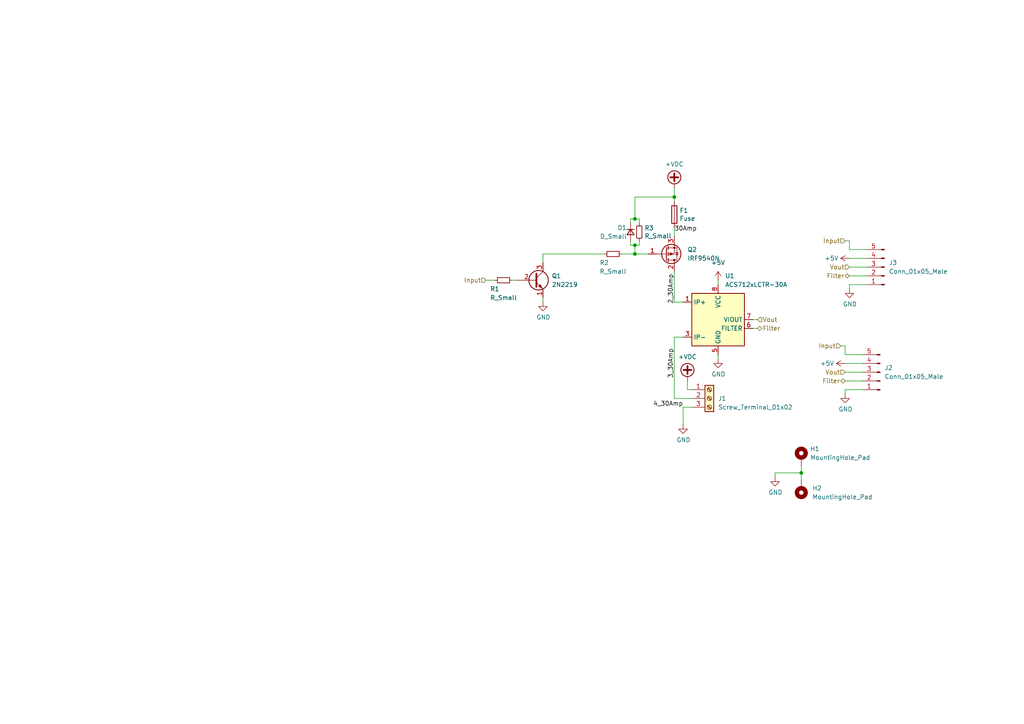
<source format=kicad_sch>
(kicad_sch (version 20211123) (generator eeschema)
  (paper "A4")
  (lib_symbols
    (symbol "Connector:Conn_01x05_Male" (pin_names (offset 1.016) hide)
      (property "Reference" "J" (at 0 7.62 0))
      (property "Value" "Conn_01x05_Male" (at 0 -7.62 0))
      (symbol "Conn_01x05_Male_1_1"
        (polyline (pts (xy 1.27 -5.08) (xy 0.8636 -5.08)) (stroke (width 0.1524)))
        (polyline (pts (xy 1.27 -2.54) (xy 0.8636 -2.54)) (stroke (width 0.1524)))
        (polyline (pts (xy 1.27 0) (xy 0.8636 0)) (stroke (width 0.1524)))
        (polyline (pts (xy 1.27 2.54) (xy 0.8636 2.54)) (stroke (width 0.1524)))
        (polyline (pts (xy 1.27 5.08) (xy 0.8636 5.08)) (stroke (width 0.1524)))
        (rectangle (start 0.8636 -4.953) (end 0 -5.207) (stroke (width 0.1524)) (fill (type outline)))
        (rectangle (start 0.8636 -2.413) (end 0 -2.667) (stroke (width 0.1524)) (fill (type outline)))
        (rectangle (start 0.8636 0.127) (end 0 -0.127) (stroke (width 0.1524)) (fill (type outline)))
        (rectangle (start 0.8636 2.667) (end 0 2.413) (stroke (width 0.1524)) (fill (type outline)))
        (rectangle (start 0.8636 5.207) (end 0 4.953) (stroke (width 0.1524)) (fill (type outline)))
        (pin passive line (at 5.08 5.08 180) (length 3.81) (name "Pin_1") (number "1"))
        (pin passive line (at 5.08 2.54 180) (length 3.81) (name "Pin_2") (number "2"))
        (pin passive line (at 5.08 0 180) (length 3.81) (name "Pin_3") (number "3"))
        (pin passive line (at 5.08 -2.54 180) (length 3.81) (name "Pin_4") (number "4"))
        (pin passive line (at 5.08 -5.08 180) (length 3.81) (name "Pin_5") (number "5"))
      )
    )
    (symbol "Connector:Screw_Terminal_01x03" (pin_names (offset 1.016) hide)
      (property "Reference" "J" (at 0 5.08 0))
      (property "Value" "Screw_Terminal_01x03" (at 0 -5.08 0))
      (symbol "Screw_Terminal_01x03_1_1"
        (rectangle (start -1.27 3.81) (end 1.27 -3.81) (stroke (width 0.254)) (fill (type background)))
        (circle (center 0 -2.54) (radius 0.635) (stroke (width 0.1524)))
        (polyline (pts (xy -0.5334 -2.2098) (xy 0.3302 -3.048)) (stroke (width 0.1524)))
        (polyline (pts (xy -0.5334 0.3302) (xy 0.3302 -0.508)) (stroke (width 0.1524)))
        (polyline (pts (xy -0.5334 2.8702) (xy 0.3302 2.032)) (stroke (width 0.1524)))
        (polyline (pts (xy -0.3556 -2.032) (xy 0.508 -2.8702)) (stroke (width 0.1524)))
        (polyline (pts (xy -0.3556 0.508) (xy 0.508 -0.3302)) (stroke (width 0.1524)))
        (polyline (pts (xy -0.3556 3.048) (xy 0.508 2.2098)) (stroke (width 0.1524)))
        (circle (center 0 0) (radius 0.635) (stroke (width 0.1524)))
        (circle (center 0 2.54) (radius 0.635) (stroke (width 0.1524)))
        (pin passive line (at -5.08 2.54 0) (length 3.81) (name "Pin_1") (number "1"))
        (pin passive line (at -5.08 0 0) (length 3.81) (name "Pin_2") (number "2"))
        (pin passive line (at -5.08 -2.54 0) (length 3.81) (name "Pin_3") (number "3"))
      )
    )
    (symbol "Device:D_Small" (pin_numbers hide) (pin_names (offset 0.254) hide)
      (property "Reference" "D" (at -1.27 2.032 0))
      (property "Value" "D_Small" (at -3.81 -2.032 0))
      (symbol "D_Small_0_1"
        (polyline (pts (xy -0.762 -1.016) (xy -0.762 1.016)) (stroke (width 0.254)))
        (polyline (pts (xy -0.762 0) (xy 0.762 0)))
        (polyline (pts (xy 0.762 -1.016) (xy -0.762 0) (xy 0.762 1.016) (xy 0.762 -1.016)) (stroke (width 0.254)))
      )
      (symbol "D_Small_1_1"
        (pin passive line (at -2.54 0 0) (length 1.778) (name "K") (number "1"))
        (pin passive line (at 2.54 0 180) (length 1.778) (name "A") (number "2"))
      )
    )
    (symbol "Device:Fuse" (pin_numbers hide) (pin_names (offset 0))
      (property "Reference" "F" (at 2.032 0 90))
      (property "Value" "Fuse" (at -1.905 0 90))
      (symbol "Fuse_0_1"
        (rectangle (start -0.762 -2.54) (end 0.762 2.54) (stroke (width 0.254)))
        (polyline (pts (xy 0 2.54) (xy 0 -2.54)))
      )
      (symbol "Fuse_1_1"
        (pin passive line (at 0 3.81 270) (length 1.27) (name "~") (number "1"))
        (pin passive line (at 0 -3.81 90) (length 1.27) (name "~") (number "2"))
      )
    )
    (symbol "Device:R_Small" (pin_numbers hide) (pin_names (offset 0.254) hide)
      (property "Reference" "R" (at 0.762 0.508 0))
      (property "Value" "R_Small" (at 0.762 -1.016 0))
      (symbol "R_Small_0_1"
        (rectangle (start -0.762 1.778) (end 0.762 -1.778) (stroke (width 0.2032)))
      )
      (symbol "R_Small_1_1"
        (pin passive line (at 0 2.54 270) (length 0.762) (name "~") (number "1"))
        (pin passive line (at 0 -2.54 90) (length 0.762) (name "~") (number "2"))
      )
    )
    (symbol "Mechanical:MountingHole_Pad" (pin_numbers hide) (pin_names (offset 1.016) hide)
      (property "Reference" "H" (at 0 6.35 0))
      (property "Value" "MountingHole_Pad" (at 0 4.445 0))
      (symbol "MountingHole_Pad_0_1"
        (circle (center 0 1.27) (radius 1.27) (stroke (width 1.27)))
      )
      (symbol "MountingHole_Pad_1_1"
        (pin input line (at 0 -2.54 90) (length 2.54) (name "1") (number "1"))
      )
    )
    (symbol "Sensor_Current:ACS712xLCTR-30A"
      (property "Reference" "U" (at 2.54 11.43 0))
      (property "Value" "ACS712xLCTR-30A" (at 2.54 8.89 0))
      (symbol "ACS712xLCTR-30A_0_1"
        (rectangle (start -7.62 7.62) (end 7.62 -7.62) (stroke (width 0.254)) (fill (type background)))
      )
      (symbol "ACS712xLCTR-30A_1_1"
        (pin passive line (at -10.16 5.08 0) (length 2.54) (name "IP+") (number "1"))
        (pin passive line (at -10.16 5.08 0) (length 2.54) hide (name "IP+") (number "2"))
        (pin passive line (at -10.16 -5.08 0) (length 2.54) (name "IP-") (number "3"))
        (pin passive line (at -10.16 -5.08 0) (length 2.54) hide (name "IP-") (number "4"))
        (pin power_in line (at 0 -10.16 90) (length 2.54) (name "GND") (number "5"))
        (pin passive line (at 10.16 -2.54 180) (length 2.54) (name "FILTER") (number "6"))
        (pin output line (at 10.16 0 180) (length 2.54) (name "VIOUT") (number "7"))
        (pin power_in line (at 0 10.16 270) (length 2.54) (name "VCC") (number "8"))
      )
    )
    (symbol "Transistor_BJT:2N2219" (pin_names (offset 0) hide)
      (property "Reference" "Q" (at 5.08 1.905 0))
      (property "Value" "2N2219" (at 5.08 0 0))
      (symbol "2N2219_0_1"
        (polyline (pts (xy 0.635 0.635) (xy 2.54 2.54)))
        (polyline (pts (xy 0.635 -0.635) (xy 2.54 -2.54) (xy 2.54 -2.54)))
        (polyline (pts (xy 0.635 1.905) (xy 0.635 -1.905) (xy 0.635 -1.905)) (stroke (width 0.508)))
        (polyline (pts (xy 1.27 -1.778) (xy 1.778 -1.27) (xy 2.286 -2.286) (xy 1.27 -1.778) (xy 1.27 -1.778)) (fill (type outline)))
        (circle (center 1.27 0) (radius 2.8194) (stroke (width 0.254)))
      )
      (symbol "2N2219_1_1"
        (pin passive line (at 2.54 -5.08 90) (length 2.54) (name "E") (number "1"))
        (pin passive line (at -5.08 0 0) (length 5.715) (name "B") (number "2"))
        (pin passive line (at 2.54 5.08 270) (length 2.54) (name "C") (number "3"))
      )
    )
    (symbol "Transistor_FET:IRF9540N" (pin_names hide)
      (property "Reference" "Q" (at 5.08 1.905 0))
      (property "Value" "IRF9540N" (at 5.08 0 0))
      (symbol "IRF9540N_0_1"
        (polyline (pts (xy 0.254 0) (xy -2.54 0)))
        (polyline (pts (xy 0.254 1.905) (xy 0.254 -1.905)) (stroke (width 0.254)))
        (polyline (pts (xy 0.762 -1.27) (xy 0.762 -2.286)) (stroke (width 0.254)))
        (polyline (pts (xy 0.762 0.508) (xy 0.762 -0.508)) (stroke (width 0.254)))
        (polyline (pts (xy 0.762 2.286) (xy 0.762 1.27)) (stroke (width 0.254)))
        (polyline (pts (xy 2.54 2.54) (xy 2.54 1.778)))
        (polyline (pts (xy 2.54 -2.54) (xy 2.54 0) (xy 0.762 0)))
        (polyline (pts (xy 0.762 1.778) (xy 3.302 1.778) (xy 3.302 -1.778) (xy 0.762 -1.778)))
        (polyline (pts (xy 2.286 0) (xy 1.27 0.381) (xy 1.27 -0.381) (xy 2.286 0)) (fill (type outline)))
        (polyline (pts (xy 2.794 -0.508) (xy 2.921 -0.381) (xy 3.683 -0.381) (xy 3.81 -0.254)))
        (polyline (pts (xy 3.302 -0.381) (xy 2.921 0.254) (xy 3.683 0.254) (xy 3.302 -0.381)))
        (circle (center 1.651 0) (radius 2.794) (stroke (width 0.254)))
        (circle (center 2.54 -1.778) (radius 0.254) (fill (type outline)))
        (circle (center 2.54 1.778) (radius 0.254) (fill (type outline)))
      )
      (symbol "IRF9540N_1_1"
        (pin input line (at -5.08 0 0) (length 2.54) (name "G") (number "1"))
        (pin passive line (at 2.54 5.08 270) (length 2.54) (name "D") (number "2"))
        (pin passive line (at 2.54 -5.08 90) (length 2.54) (name "S") (number "3"))
      )
    )
    (symbol "power:+5V" (power) (pin_names (offset 0))
      (property "Value" "+5V" (at 0 3.556 0))
      (symbol "+5V_0_1"
        (polyline (pts (xy -0.762 1.27) (xy 0 2.54)))
        (polyline (pts (xy 0 0) (xy 0 2.54)))
        (polyline (pts (xy 0 2.54) (xy 0.762 1.27)))
      )
      (symbol "+5V_1_1"
        (pin power_in line (at 0 0 90) (length 0) hide (name "+5V") (number "1"))
      )
    )
    (symbol "power:+VDC" (power) (pin_names (offset 0))
      (property "Value" "+VDC" (at 0 6.35 0))
      (symbol "+VDC_0_1"
        (polyline (pts (xy -1.143 3.175) (xy 1.143 3.175)) (stroke (width 0.508)))
        (polyline (pts (xy 0 0) (xy 0 1.27)))
        (polyline (pts (xy 0 2.032) (xy 0 4.318)) (stroke (width 0.508)))
        (circle (center 0 3.175) (radius 1.905) (stroke (width 0.254)))
      )
      (symbol "+VDC_1_1"
        (pin power_in line (at 0 0 90) (length 0) hide (name "+VDC") (number "1"))
      )
    )
    (symbol "power:GND" (power) (pin_names (offset 0))
      (property "Value" "GND" (at 0 -3.81 0))
      (symbol "GND_0_1"
        (polyline (pts (xy 0 0) (xy 0 -1.27) (xy 1.27 -1.27) (xy 0 -2.54) (xy -1.27 -1.27) (xy 0 -1.27)))
      )
      (symbol "GND_1_1"
        (pin power_in line (at 0 0 270) (length 0) hide (name "GND") (number "1"))
      )
    )
  )
  (junction (at 184.15 73.66))
  (junction (at 232.41 137.16))
  (junction (at 195.58 57.15))
  (junction (at 184.15 71.12))
  (junction (at 184.15 63.5))
  (wire (pts (xy 182.88 64.77) (xy 182.88 63.5)))
  (wire (pts (xy 140.97 81.28) (xy 143.51 81.28)))
  (wire (pts (xy 208.28 81.28) (xy 208.28 82.55)))
  (wire (pts (xy 184.15 63.5) (xy 185.42 63.5)))
  (wire (pts (xy 232.41 137.16) (xy 232.41 135.255)))
  (wire (pts (xy 157.48 87.63) (xy 157.48 86.36)))
  (wire (pts (xy 195.58 78.74) (xy 195.58 87.63)))
  (wire (pts (xy 182.88 63.5) (xy 184.15 63.5)))
  (wire (pts (xy 218.44 95.25) (xy 219.71 95.25)))
  (wire (pts (xy 245.11 107.95) (xy 250.19 107.95)))
  (wire (pts (xy 195.58 97.79) (xy 195.58 115.57)))
  (wire (pts (xy 175.26 73.66) (xy 157.48 73.66)))
  (wire (pts (xy 198.12 97.79) (xy 195.58 97.79)))
  (wire (pts (xy 200.66 115.57) (xy 195.58 115.57)))
  (wire (pts (xy 245.11 69.85) (xy 246.38 69.85)))
  (wire (pts (xy 245.11 102.87) (xy 250.19 102.87)))
  (wire (pts (xy 195.58 68.58) (xy 195.58 66.04)))
  (wire (pts (xy 245.11 114.3) (xy 245.11 113.03)))
  (wire (pts (xy 246.38 74.93) (xy 251.46 74.93)))
  (wire (pts (xy 184.15 71.12) (xy 185.42 71.12)))
  (wire (pts (xy 245.11 105.41) (xy 250.19 105.41)))
  (wire (pts (xy 246.38 82.55) (xy 251.46 82.55)))
  (wire (pts (xy 157.48 73.66) (xy 157.48 76.2)))
  (wire (pts (xy 185.42 63.5) (xy 185.42 64.77)))
  (wire (pts (xy 246.38 72.39) (xy 251.46 72.39)))
  (wire (pts (xy 246.38 69.85) (xy 246.38 72.39)))
  (wire (pts (xy 199.39 113.03) (xy 200.66 113.03)))
  (wire (pts (xy 198.12 118.11) (xy 200.66 118.11)))
  (wire (pts (xy 245.11 110.49) (xy 250.19 110.49)))
  (wire (pts (xy 184.15 73.66) (xy 187.96 73.66)))
  (wire (pts (xy 224.79 138.43) (xy 224.79 137.16)))
  (wire (pts (xy 198.12 123.19) (xy 198.12 118.11)))
  (wire (pts (xy 245.11 113.03) (xy 250.19 113.03)))
  (wire (pts (xy 232.41 137.16) (xy 232.41 139.065)))
  (wire (pts (xy 246.38 80.01) (xy 251.46 80.01)))
  (wire (pts (xy 243.84 100.33) (xy 245.11 100.33)))
  (wire (pts (xy 184.15 57.15) (xy 195.58 57.15)))
  (wire (pts (xy 195.58 57.15) (xy 195.58 58.42)))
  (wire (pts (xy 208.28 104.14) (xy 208.28 102.87)))
  (wire (pts (xy 184.15 71.12) (xy 184.15 73.66)))
  (wire (pts (xy 245.11 100.33) (xy 245.11 102.87)))
  (wire (pts (xy 219.71 92.71) (xy 218.44 92.71)))
  (wire (pts (xy 198.12 87.63) (xy 195.58 87.63)))
  (wire (pts (xy 246.38 77.47) (xy 251.46 77.47)))
  (wire (pts (xy 195.58 54.61) (xy 195.58 57.15)))
  (wire (pts (xy 182.88 71.12) (xy 184.15 71.12)))
  (wire (pts (xy 185.42 71.12) (xy 185.42 69.85)))
  (wire (pts (xy 224.79 137.16) (xy 232.41 137.16)))
  (wire (pts (xy 199.39 110.49) (xy 199.39 113.03)))
  (wire (pts (xy 246.38 83.82) (xy 246.38 82.55)))
  (wire (pts (xy 182.88 69.85) (xy 182.88 71.12)))
  (wire (pts (xy 180.34 73.66) (xy 184.15 73.66)))
  (wire (pts (xy 184.15 63.5) (xy 184.15 57.15)))
  (wire (pts (xy 148.59 81.28) (xy 149.86 81.28)))
  (label "3_30Amp" (at 195.58 100.965 270))
  (label "2_30Amp" (at 195.58 79.375 270))
  (label "4_30Amp" (at 198.12 118.11 180))
  (label "30Amp" (at 195.58 67.31 0))
  (hierarchical_label "Vout" (shape input) (at 246.38 77.47 180))
  (hierarchical_label "Filter" (shape bidirectional) (at 219.71 95.25 0))
  (hierarchical_label "Filter" (shape bidirectional) (at 245.11 110.49 180))
  (hierarchical_label "Input" (shape input) (at 243.84 100.33 180))
  (hierarchical_label "Vout" (shape input) (at 245.11 107.95 180))
  (hierarchical_label "Input" (shape input) (at 245.11 69.85 180))
  (hierarchical_label "Vout" (shape input) (at 219.71 92.71 0))
  (hierarchical_label "Input" (shape input) (at 140.97 81.28 180))
  (hierarchical_label "Filter" (shape bidirectional) (at 246.38 80.01 180))
  (symbol (lib_id "power:GND") (at 246.38 83.82 0) (unit 1)
    (property "Reference" "#PWR0109" (effects hide))
    (property "Value" "GND" (at 246.507 88.2142 0))
  )
  (symbol (lib_id "Device:R_Small") (at 146.05 81.28 90) (unit 1)
    (property "Reference" "R1" (at 143.51 83.82 90))
    (property "Value" "R_Small" (at 146.05 86.36 90))
    (property "Footprint" "Resistor_THT:R_Axial_DIN0204_L3.6mm_D1.6mm_P5.08mm_Horizontal" (effects hide))
  )
  (symbol (lib_id "power:GND") (at 224.79 138.43 0) (unit 1)
    (property "Reference" "#PWR01" (effects hide))
    (property "Value" "GND" (at 224.917 142.8242 0))
  )
  (symbol (lib_id "power:GND") (at 208.28 104.14 0) (unit 1)
    (property "Reference" "#PWR0102" (effects hide))
    (property "Value" "GND" (at 208.407 108.5342 0))
  )
  (symbol (lib_id "Device:R_Small") (at 185.42 67.31 0) (unit 1)
    (property "Reference" "R3" (at 186.9186 66.1416 0) (effects (justify left)))
    (property "Value" "R_Small" (at 186.9186 68.453 0) (effects (justify left)))
    (property "Footprint" "Resistor_THT:R_Axial_DIN0204_L3.6mm_D1.6mm_P5.08mm_Horizontal" (effects hide))
  )
  (symbol (lib_id "Connector:Conn_01x05_Male") (at 255.27 107.95 180) (unit 1)
    (property "Reference" "J2" (at 256.54 106.6799 0) (effects (justify right)))
    (property "Value" "Conn_01x05_Male" (at 256.54 109.2199 0) (effects (justify right)))
    (property "Footprint" "Connector_PinHeader_2.54mm:PinHeader_1x05_P2.54mm_Vertical" (effects hide))
  )
  (symbol (lib_id "power:GND") (at 157.48 87.63 0) (unit 1)
    (property "Reference" "#PWR0107" (effects hide))
    (property "Value" "GND" (at 157.607 92.0242 0))
  )
  (symbol (lib_id "power:+5V") (at 245.11 105.41 90) (unit 1)
    (property "Reference" "#PWR0103" (effects hide))
    (property "Value" "+5V" (at 241.935 105.4099 90) (effects (justify left)))
  )
  (symbol (lib_id "power:+VDC") (at 199.39 110.49 0) (unit 1)
    (property "Reference" "#PWR0101" (effects hide))
    (property "Value" "+VDC" (at 199.39 103.505 0))
  )
  (symbol (lib_id "Mechanical:MountingHole_Pad") (at 232.41 141.605 180) (unit 1)
    (property "Reference" "H2" (at 235.585 141.6049 0) (effects (justify right)))
    (property "Value" "MountingHole_Pad" (at 235.585 144.1449 0) (effects (justify right)))
    (property "Footprint" "MountingHole:MountingHole_3.2mm_M3_DIN965_Pad" (effects hide))
  )
  (symbol (lib_id "power:+5V") (at 208.28 81.28 0) (unit 1)
    (property "Reference" "#PWR0106" (effects hide))
    (property "Value" "+5V" (at 208.28 76.2 0))
  )
  (symbol (lib_id "Connector:Screw_Terminal_01x03") (at 205.74 115.57 0) (unit 1)
    (property "Reference" "J1" (at 208.28 115.5699 0) (effects (justify left)))
    (property "Value" "Screw_Terminal_01x02" (at 208.28 118.1099 0) (effects (justify left)))
    (property "Footprint" "TerminalBlock:TerminalBlock_bornier-3_P5.08mm" (effects hide))
  )
  (symbol (lib_id "power:+5V") (at 246.38 74.93 90) (unit 1)
    (property "Reference" "#PWR0110" (effects hide))
    (property "Value" "+5V" (at 243.205 74.9299 90) (effects (justify left)))
  )
  (symbol (lib_id "Sensor_Current:ACS712xLCTR-30A") (at 208.28 92.71 0) (unit 1)
    (property "Reference" "U1" (at 210.2994 80.01 0) (effects (justify left)))
    (property "Value" "ACS712xLCTR-30A" (at 210.2994 82.55 0) (effects (justify left)))
    (property "Footprint" "Package_SO:SOIC-8_3.9x4.9mm_P1.27mm" (effects hide))
    (property "Datasheet" "http://www.allegromicro.com/~/media/Files/Datasheets/ACS712-Datasheet.ashx?la=en" (effects hide))
  )
  (symbol (lib_id "Connector:Conn_01x05_Male") (at 256.54 77.47 180) (unit 1)
    (property "Reference" "J3" (at 257.81 76.1999 0) (effects (justify right)))
    (property "Value" "Conn_01x05_Male" (at 257.81 78.7399 0) (effects (justify right)))
    (property "Footprint" "Connector_PinHeader_2.54mm:PinHeader_1x05_P2.54mm_Vertical" (effects hide))
  )
  (symbol (lib_id "Device:D_Small") (at 182.88 67.31 90) (mirror x) (unit 1)
    (property "Reference" "D1" (at 179.07 66.04 90) (effects (justify right)))
    (property "Value" "D_Small" (at 173.99 68.58 90) (effects (justify right)))
    (property "Footprint" "Diode_THT:D_A-405_P10.16mm_Horizontal" (effects hide))
  )
  (symbol (lib_id "Transistor_BJT:2N2219") (at 154.94 81.28 0) (unit 1)
    (property "Reference" "Q1" (at 160.02 80.0099 0) (effects (justify left)))
    (property "Value" "2N2219" (at 160.02 82.5499 0) (effects (justify left)))
    (property "Footprint" "Package_TO_SOT_THT:TO-92L_Inline_Wide" (effects hide))
    (property "Datasheet" "http://www.onsemi.com/pub_link/Collateral/2N2219-D.PDF" (effects hide))
  )
  (symbol (lib_id "power:GND") (at 198.12 123.19 0) (unit 1)
    (property "Reference" "#PWR0105" (effects hide))
    (property "Value" "GND" (at 198.247 127.5842 0))
  )
  (symbol (lib_id "Transistor_FET:IRF9540N") (at 193.04 73.66 0) (mirror x) (unit 1)
    (property "Reference" "Q2" (at 199.39 72.3899 0) (effects (justify left)))
    (property "Value" "IRF9540N" (at 199.39 74.9299 0) (effects (justify left)))
    (property "Footprint" "Package_TO_SOT_THT:TO-220-3_Vertical" (effects hide))
    (property "Datasheet" "http://www.irf.com/product-info/datasheets/data/irf9540n.pdf" (effects hide))
  )
  (symbol (lib_id "Mechanical:MountingHole_Pad") (at 232.41 132.715 0) (unit 1)
    (property "Reference" "H1" (at 234.95 130.1749 0) (effects (justify left)))
    (property "Value" "MountingHole_Pad" (at 234.95 132.7149 0) (effects (justify left)))
    (property "Footprint" "MountingHole:MountingHole_3.2mm_M3_DIN965_Pad" (effects hide))
  )
  (symbol (lib_id "power:GND") (at 245.11 114.3 0) (unit 1)
    (property "Reference" "#PWR0104" (effects hide))
    (property "Value" "GND" (at 245.237 118.6942 0))
  )
  (symbol (lib_id "Device:R_Small") (at 177.8 73.66 90) (unit 1)
    (property "Reference" "R2" (at 175.26 76.2 90))
    (property "Value" "R_Small" (at 177.8 78.74 90))
    (property "Footprint" "Resistor_THT:R_Axial_DIN0204_L3.6mm_D1.6mm_P5.08mm_Horizontal" (effects hide))
  )
  (symbol (lib_id "Device:Fuse") (at 195.58 62.23 0) (unit 1)
    (property "Reference" "F1" (at 197.104 61.0616 0) (effects (justify left)))
    (property "Value" "Fuse" (at 197.104 63.373 0) (effects (justify left)))
    (property "Footprint" "Fuse:Fuse_Bourns_MF-RG300" (effects hide))
  )
  (symbol (lib_id "power:+VDC") (at 195.58 54.61 0) (unit 1)
    (property "Reference" "#PWR0108" (effects hide))
    (property "Value" "+VDC" (at 195.58 47.625 0))
  )
)
</source>
